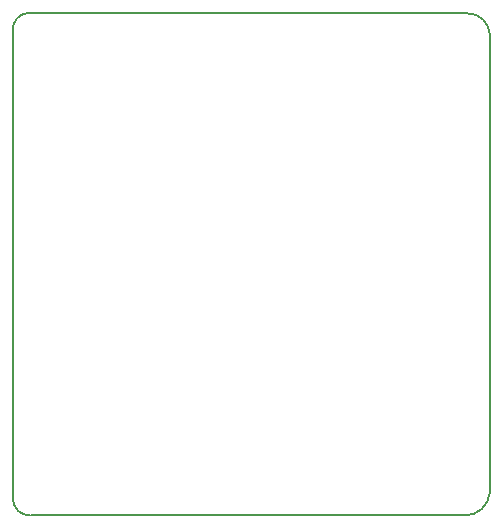
<source format=gm1>
G04 #@! TF.FileFunction,Profile,NP*
%FSLAX46Y46*%
G04 Gerber Fmt 4.6, Leading zero omitted, Abs format (unit mm)*
G04 Created by KiCad (PCBNEW 4.0.2-stable) date 4/9/2016 9:23:23 PM*
%MOMM*%
G01*
G04 APERTURE LIST*
%ADD10C,0.100000*%
%ADD11C,0.150000*%
G04 APERTURE END LIST*
D10*
D11*
X120190000Y-125580000D02*
X120190000Y-86960000D01*
X117910000Y-127640000D02*
X117950000Y-127640000D01*
X117830000Y-127640000D02*
X117900000Y-127640000D01*
X81290000Y-127640000D02*
X117830000Y-127640000D01*
X81930000Y-85110000D02*
X118360000Y-85110000D01*
X79796640Y-125448060D02*
X79796640Y-126281180D01*
X79791560Y-126227840D02*
G75*
G03X81246980Y-127637540I1432560J22860D01*
G01*
X80904080Y-85107780D02*
X80995520Y-85107780D01*
X81897220Y-85107780D02*
X80904080Y-85107780D01*
X79794100Y-87007700D02*
X79794100Y-86527640D01*
X81051400Y-85095080D02*
G75*
G03X79791560Y-86568280I106680J-1366520D01*
G01*
X120187760Y-86988680D02*
G75*
G03X118237040Y-85114160I-1912620J-38100D01*
G01*
X117951160Y-127635000D02*
G75*
G03X120186360Y-125633480I116840J2118360D01*
G01*
X79796640Y-87028020D02*
X79796640Y-87020400D01*
X79796640Y-125415040D02*
X79796640Y-87028020D01*
M02*

</source>
